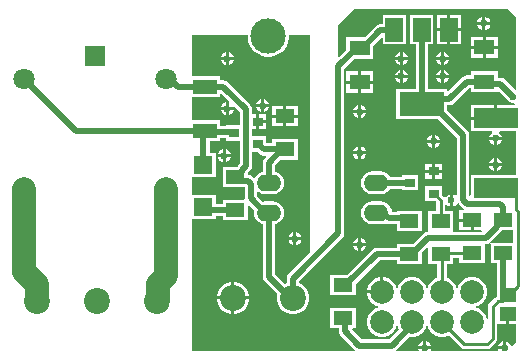
<source format=gtl>
G04*
G04 #@! TF.GenerationSoftware,Altium Limited,Altium Designer,23.10.1 (27)*
G04*
G04 Layer_Physical_Order=1*
G04 Layer_Color=255*
%FSLAX44Y44*%
%MOMM*%
G71*
G04*
G04 #@! TF.SameCoordinates,FE8EC528-225C-4A11-B971-79AFC16B1169*
G04*
G04*
G04 #@! TF.FilePolarity,Positive*
G04*
G01*
G75*
%ADD12C,0.2540*%
%ADD15R,1.6500X1.2000*%
%ADD16R,0.9000X0.8000*%
%ADD17R,1.4000X1.3000*%
%ADD18R,3.7000X1.7000*%
%ADD19R,1.8000X1.3000*%
%ADD20R,3.8000X2.0000*%
%ADD21R,1.5000X2.0000*%
%ADD22R,1.6000X1.5000*%
%ADD23R,2.0000X1.2500*%
%ADD24O,2.1000X1.4000*%
%ADD41C,0.5000*%
%ADD42C,2.0000*%
%ADD43C,3.0000*%
%ADD44C,2.2000*%
%ADD45C,2.0000*%
%ADD46C,1.8000*%
%ADD47R,1.8000X1.8000*%
%ADD48C,0.6000*%
G36*
X570000Y1040267D02*
X552009Y1022276D01*
X550895Y1020609D01*
X550504Y1018643D01*
Y1014891D01*
X550416Y1014867D01*
X548911Y1013998D01*
X540639Y1022271D01*
Y1065101D01*
X541491Y1065213D01*
X543811Y1066174D01*
X545804Y1067703D01*
X547333Y1069696D01*
X548294Y1072017D01*
X548622Y1074508D01*
X548294Y1076998D01*
X547333Y1079319D01*
X545804Y1081311D01*
X543811Y1082841D01*
X541491Y1083802D01*
X539000Y1084130D01*
X532000D01*
X529919Y1083856D01*
X525099Y1088676D01*
Y1091577D01*
X526369Y1092204D01*
X527189Y1091574D01*
X529510Y1090613D01*
X532000Y1090285D01*
X539000D01*
X541491Y1090613D01*
X543811Y1091574D01*
X545804Y1093103D01*
X547333Y1095096D01*
X548294Y1097417D01*
X548622Y1099908D01*
X548294Y1102398D01*
X547333Y1104719D01*
X545804Y1106712D01*
X543811Y1108241D01*
X541491Y1109202D01*
X540639Y1109314D01*
Y1114622D01*
X545477Y1119460D01*
X559790D01*
Y1136540D01*
X538210D01*
Y1133139D01*
X533129D01*
X533040Y1133227D01*
Y1139040D01*
X521139D01*
Y1144960D01*
X524730D01*
Y1151500D01*
Y1158040D01*
X521139D01*
Y1162000D01*
X520748Y1163967D01*
X519634Y1165634D01*
X500384Y1184884D01*
X498717Y1185998D01*
X496750Y1186389D01*
X493827D01*
Y1190040D01*
X470000D01*
Y1225000D01*
X517460D01*
Y1222272D01*
X518134Y1218884D01*
X519456Y1215692D01*
X521376Y1212819D01*
X523819Y1210376D01*
X526692Y1208456D01*
X529884Y1207134D01*
X533273Y1206460D01*
X536727D01*
X540116Y1207134D01*
X543308Y1208456D01*
X546181Y1210376D01*
X548624Y1212819D01*
X550544Y1215692D01*
X551866Y1218884D01*
X552540Y1222272D01*
Y1225000D01*
X570000D01*
Y1040267D01*
D02*
G37*
G36*
X745000Y1239750D02*
Y1179063D01*
X743730Y1178537D01*
X734955Y1187313D01*
X733288Y1188427D01*
X731321Y1188818D01*
X729290D01*
Y1194540D01*
X706210D01*
Y1190639D01*
X703000D01*
X701033Y1190248D01*
X699366Y1189134D01*
X687421Y1177188D01*
X686247Y1177674D01*
Y1179040D01*
X669846D01*
Y1216960D01*
X674747D01*
Y1242040D01*
X654667D01*
Y1216960D01*
X659569D01*
Y1179040D01*
X643167D01*
Y1153960D01*
X678773D01*
X694861Y1137871D01*
Y1089770D01*
X693591Y1089243D01*
X693138Y1089697D01*
X691270Y1090470D01*
Y1085000D01*
Y1079530D01*
X693138Y1080303D01*
X694697Y1081862D01*
X694803Y1082119D01*
X696067Y1082243D01*
X696366Y1081795D01*
X699835Y1078326D01*
X700608Y1077810D01*
X700223Y1076540D01*
X696588D01*
Y1069270D01*
X707378D01*
Y1068000D01*
X708648D01*
Y1059460D01*
X714925D01*
X715604Y1058190D01*
X715569Y1058139D01*
X692208D01*
X691625Y1059167D01*
Y1076247D01*
X684720D01*
Y1080649D01*
X685990Y1081176D01*
X686862Y1080303D01*
X688730Y1079530D01*
Y1085000D01*
Y1090470D01*
X686862Y1089697D01*
X685303Y1088138D01*
X685171Y1087819D01*
X683738Y1087678D01*
X683582Y1087912D01*
X682040Y1089454D01*
Y1097040D01*
X667960D01*
Y1083960D01*
X676546D01*
X676950Y1083556D01*
Y1076247D01*
X670045D01*
Y1059167D01*
X670045D01*
X669583Y1058089D01*
X667869Y1057748D01*
X666201Y1056634D01*
X657815Y1048247D01*
X643503D01*
Y1044846D01*
X626957D01*
X624991Y1044455D01*
X623324Y1043341D01*
X601523Y1021540D01*
X587210D01*
Y1004460D01*
X608790D01*
Y1014273D01*
X629086Y1034569D01*
X643503D01*
Y1031168D01*
X665082D01*
Y1040980D01*
X668872Y1044769D01*
X670045Y1044283D01*
Y1031168D01*
X678058D01*
Y1019342D01*
X677102Y1019085D01*
X674243Y1017434D01*
X671908Y1015100D01*
X670257Y1012240D01*
X669900Y1010907D01*
X668585D01*
X668228Y1012240D01*
X666577Y1015100D01*
X664242Y1017434D01*
X661383Y1019085D01*
X658194Y1019940D01*
X654892D01*
X651702Y1019085D01*
X648843Y1017434D01*
X646508Y1015100D01*
X644857Y1012240D01*
X644500Y1010907D01*
X643185D01*
X642828Y1012240D01*
X641177Y1015100D01*
X638842Y1017434D01*
X635983Y1019085D01*
X632794Y1019940D01*
X632412D01*
Y1007400D01*
X631143D01*
Y1006130D01*
X618602D01*
Y1005749D01*
X619457Y1002560D01*
X621108Y999700D01*
X623443Y997365D01*
X626302Y995715D01*
X627635Y995357D01*
Y994043D01*
X626302Y993685D01*
X623443Y992035D01*
X621108Y989700D01*
X619457Y986840D01*
X618602Y983651D01*
Y980349D01*
X619457Y977160D01*
X621108Y974300D01*
X623443Y971965D01*
X626302Y970315D01*
X629492Y969460D01*
X632794D01*
X635983Y970315D01*
X638842Y971965D01*
X641177Y974300D01*
X642828Y977160D01*
X643185Y978493D01*
X644500D01*
X644857Y977160D01*
X645785Y975552D01*
X637371Y967139D01*
X614128D01*
X605981Y975287D01*
X606467Y976460D01*
X608790D01*
Y993540D01*
X587210D01*
Y976460D01*
X594432D01*
Y974429D01*
X594823Y972462D01*
X595937Y970795D01*
X608213Y958520D01*
X608105Y957893D01*
X607751Y957250D01*
X470000D01*
Y1068960D01*
X490540D01*
Y1071861D01*
X496210D01*
Y1068460D01*
X517790D01*
Y1079791D01*
X518963Y1080277D01*
X522652Y1076589D01*
X522378Y1074508D01*
X522706Y1072017D01*
X523667Y1069696D01*
X525196Y1067703D01*
X527189Y1066174D01*
X529510Y1065213D01*
X530361Y1065101D01*
Y1020143D01*
X530752Y1018176D01*
X531866Y1016509D01*
X542576Y1005799D01*
X542103Y1004033D01*
Y1000468D01*
X543025Y997024D01*
X544808Y993936D01*
X547329Y991415D01*
X550416Y989633D01*
X553860Y988710D01*
X557425D01*
X560869Y989633D01*
X563956Y991415D01*
X566477Y993936D01*
X568260Y997024D01*
X569183Y1000468D01*
Y1004033D01*
X568260Y1007476D01*
X566477Y1010564D01*
X563956Y1013085D01*
X560869Y1014867D01*
X560781Y1014891D01*
Y1016514D01*
X597634Y1053366D01*
X598748Y1055033D01*
X599139Y1057000D01*
Y1196164D01*
X607935Y1204960D01*
X623747D01*
Y1215773D01*
X630494Y1222519D01*
X631667Y1222033D01*
Y1216960D01*
X651747D01*
Y1242040D01*
X631667D01*
Y1234068D01*
X629636D01*
X627670Y1233677D01*
X626003Y1232563D01*
X616480Y1223040D01*
X600667D01*
Y1212227D01*
X594798Y1206358D01*
X593625Y1206844D01*
Y1233375D01*
X607500Y1247250D01*
X737500D01*
X745000Y1239750D01*
D02*
G37*
G36*
X501519Y1169213D02*
X501301Y1168601D01*
X501270Y1168557D01*
Y1163770D01*
X506057D01*
X506101Y1163802D01*
X506713Y1164019D01*
X510861Y1159872D01*
Y1148540D01*
X498960D01*
Y1148014D01*
X493827D01*
Y1152540D01*
X470000D01*
Y1172460D01*
X493827D01*
Y1175109D01*
X495097Y1175635D01*
X501519Y1169213D01*
D02*
G37*
G36*
X527366Y1124366D02*
X529034Y1123252D01*
X531000Y1122861D01*
X532685D01*
X533171Y1121688D01*
X531866Y1120384D01*
X530752Y1118717D01*
X530361Y1116750D01*
Y1109314D01*
X529510Y1109202D01*
X527189Y1108241D01*
X525196Y1106712D01*
X523667Y1104719D01*
X523472Y1104249D01*
X522226Y1104001D01*
X521094Y1105134D01*
X519427Y1106247D01*
X517790Y1106573D01*
Y1108004D01*
X517889Y1108500D01*
Y1108622D01*
X519634Y1110366D01*
X520748Y1112033D01*
X521139Y1114000D01*
Y1125960D01*
X525773D01*
X527366Y1124366D01*
D02*
G37*
G36*
X706210Y1179906D02*
Y1176460D01*
X729290D01*
Y1176783D01*
X730463Y1177270D01*
X737402Y1170331D01*
X737803Y1169362D01*
X739362Y1167803D01*
X741398Y1166960D01*
X743099D01*
X743969Y1166041D01*
X744070Y1165787D01*
X743995Y1165540D01*
X728770D01*
Y1154500D01*
X727500D01*
Y1153230D01*
X706460D01*
Y1143460D01*
X724093D01*
X724355Y1142229D01*
X724355Y1142190D01*
X722803Y1140638D01*
X722030Y1138770D01*
X732970D01*
X732197Y1140638D01*
X730645Y1142190D01*
X730645Y1142229D01*
X730907Y1143460D01*
X745000D01*
Y1106540D01*
X706460D01*
Y1089504D01*
X705190Y1088825D01*
X705139Y1088860D01*
Y1140000D01*
X704748Y1141967D01*
X703634Y1143634D01*
X686247Y1161020D01*
Y1165640D01*
X688279D01*
X690245Y1166031D01*
X691912Y1167145D01*
X704940Y1180173D01*
X706210Y1179906D01*
D02*
G37*
G36*
X498960Y1135460D02*
X510861D01*
Y1116128D01*
X509116Y1114384D01*
X508553Y1113540D01*
X496210D01*
Y1096460D01*
X510004D01*
X510500Y1096361D01*
X514821D01*
Y1086547D01*
X514826Y1086522D01*
X514021Y1085540D01*
X496210D01*
Y1082139D01*
X490540D01*
Y1089040D01*
X470000D01*
Y1104960D01*
X490540D01*
Y1125040D01*
X485139D01*
Y1134960D01*
X493827D01*
Y1137736D01*
X498960D01*
Y1135460D01*
D02*
G37*
G36*
X742175Y1048540D02*
X723603D01*
X722983Y1049716D01*
X731884Y1058616D01*
X732447Y1059460D01*
X742175D01*
Y1048540D01*
D02*
G37*
G36*
X723210Y1048224D02*
Y1031460D01*
X728861D01*
Y1014040D01*
X728295D01*
Y1003372D01*
X728230Y1003359D01*
X726970Y1002517D01*
X722112Y997658D01*
X721270Y996398D01*
X720974Y994911D01*
Y984485D01*
X719704Y984318D01*
X719028Y986840D01*
X717377Y989700D01*
X715042Y992035D01*
X712183Y993685D01*
X710850Y994043D01*
Y995357D01*
X712183Y995715D01*
X715042Y997365D01*
X717377Y999700D01*
X719028Y1002560D01*
X719883Y1005749D01*
Y1009051D01*
X719028Y1012240D01*
X717377Y1015100D01*
X715042Y1017434D01*
X712183Y1019085D01*
X708994Y1019940D01*
X705692D01*
X702502Y1019085D01*
X699643Y1017434D01*
X697308Y1015100D01*
X695657Y1012240D01*
X695300Y1010907D01*
X693985D01*
X693628Y1012240D01*
X691977Y1015100D01*
X689642Y1017434D01*
X686783Y1019085D01*
X685827Y1019342D01*
Y1031168D01*
X691625D01*
Y1036115D01*
X696588D01*
Y1031460D01*
X718168D01*
Y1047861D01*
X719000D01*
X720966Y1048252D01*
X722148Y1049042D01*
X723210Y1048224D01*
D02*
G37*
G36*
X739105Y979960D02*
X745000D01*
Y964750D01*
X741713Y961463D01*
X740252Y961798D01*
X739697Y963138D01*
X738138Y964697D01*
X736270Y965470D01*
Y960000D01*
X735000D01*
Y958730D01*
X729530D01*
X729705Y958306D01*
X729000Y957250D01*
X673500D01*
X672795Y958306D01*
X672970Y958730D01*
X662030D01*
X662205Y958306D01*
X661500Y957250D01*
X643749D01*
X643395Y957893D01*
X643287Y958520D01*
X654368Y969600D01*
X654892Y969460D01*
X658194D01*
X661383Y970315D01*
X664242Y971965D01*
X666577Y974300D01*
X668228Y977160D01*
X668585Y978493D01*
X669900D01*
X670257Y977160D01*
X671908Y974300D01*
X674243Y971965D01*
X677102Y970315D01*
X680292Y969460D01*
X683594D01*
X686783Y970315D01*
X687640Y970809D01*
X698196Y960253D01*
X699456Y959411D01*
X700943Y959115D01*
X720000D01*
X721487Y959411D01*
X722747Y960253D01*
X727605Y965112D01*
X728447Y966372D01*
X728743Y967858D01*
Y979960D01*
X736565D01*
Y989000D01*
X739105D01*
Y979960D01*
D02*
G37*
%LPC*%
G36*
X501270Y1210470D02*
Y1206270D01*
X505470D01*
X504697Y1208138D01*
X503138Y1209697D01*
X501270Y1210470D01*
D02*
G37*
G36*
X498730D02*
X496862Y1209697D01*
X495303Y1208138D01*
X494530Y1206270D01*
X498730D01*
Y1210470D01*
D02*
G37*
G36*
X505470Y1203730D02*
X501270D01*
Y1199530D01*
X503138Y1200303D01*
X504697Y1201862D01*
X505470Y1203730D01*
D02*
G37*
G36*
X498730D02*
X494530D01*
X495303Y1201862D01*
X496862Y1200303D01*
X498730Y1199530D01*
Y1203730D01*
D02*
G37*
G36*
X531270Y1170470D02*
Y1166270D01*
X535470D01*
X534697Y1168138D01*
X533138Y1169697D01*
X531270Y1170470D01*
D02*
G37*
G36*
X528730D02*
X526862Y1169697D01*
X525303Y1168138D01*
X524530Y1166270D01*
X528730D01*
Y1170470D01*
D02*
G37*
G36*
X535470Y1163730D02*
X531270D01*
Y1159530D01*
X533138Y1160303D01*
X534697Y1161862D01*
X535470Y1163730D01*
D02*
G37*
G36*
X528730D02*
X524530D01*
X525303Y1161862D01*
X526862Y1160303D01*
X528730Y1159530D01*
Y1163730D01*
D02*
G37*
G36*
X559790Y1164540D02*
X550270D01*
Y1157270D01*
X559790D01*
Y1164540D01*
D02*
G37*
G36*
X547730D02*
X538210D01*
Y1157270D01*
X547730D01*
Y1164540D01*
D02*
G37*
G36*
X533040Y1158040D02*
X527270D01*
Y1152770D01*
X533040D01*
Y1158040D01*
D02*
G37*
G36*
X559790Y1154730D02*
X550270D01*
Y1147460D01*
X559790D01*
Y1154730D01*
D02*
G37*
G36*
X547730D02*
X538210D01*
Y1147460D01*
X547730D01*
Y1154730D01*
D02*
G37*
G36*
X533040Y1150230D02*
X527270D01*
Y1144960D01*
X533040D01*
Y1150230D01*
D02*
G37*
G36*
X558770Y1057970D02*
Y1053770D01*
X562970D01*
X562197Y1055638D01*
X560638Y1057197D01*
X558770Y1057970D01*
D02*
G37*
G36*
X556230D02*
X554362Y1057197D01*
X552803Y1055638D01*
X552030Y1053770D01*
X556230D01*
Y1057970D01*
D02*
G37*
G36*
X562970Y1051230D02*
X558770D01*
Y1047030D01*
X560638Y1047803D01*
X562197Y1049362D01*
X562970Y1051230D01*
D02*
G37*
G36*
X556230D02*
X552030D01*
X552803Y1049362D01*
X554362Y1047803D01*
X556230Y1047030D01*
Y1051230D01*
D02*
G37*
G36*
X718770Y1240470D02*
Y1236270D01*
X722970D01*
X722197Y1238138D01*
X720638Y1239697D01*
X718770Y1240470D01*
D02*
G37*
G36*
X716230D02*
X714362Y1239697D01*
X712803Y1238138D01*
X712030Y1236270D01*
X716230D01*
Y1240470D01*
D02*
G37*
G36*
X697747Y1242040D02*
X688977D01*
Y1230770D01*
X697747D01*
Y1242040D01*
D02*
G37*
G36*
X686437D02*
X677667D01*
Y1230770D01*
X686437D01*
Y1242040D01*
D02*
G37*
G36*
X722970Y1233730D02*
X718770D01*
Y1229530D01*
X720638Y1230303D01*
X722197Y1231862D01*
X722970Y1233730D01*
D02*
G37*
G36*
X716230D02*
X712030D01*
X712803Y1231862D01*
X714362Y1230303D01*
X716230Y1229530D01*
Y1233730D01*
D02*
G37*
G36*
X697747Y1228230D02*
X688977D01*
Y1216960D01*
X697747D01*
Y1228230D01*
D02*
G37*
G36*
X686437D02*
X677667D01*
Y1216960D01*
X686437D01*
Y1228230D01*
D02*
G37*
G36*
X729290Y1223540D02*
X719020D01*
Y1215770D01*
X729290D01*
Y1223540D01*
D02*
G37*
G36*
X716480D02*
X706210D01*
Y1215770D01*
X716480D01*
Y1223540D01*
D02*
G37*
G36*
X683770Y1210470D02*
Y1206270D01*
X687970D01*
X687197Y1208138D01*
X685638Y1209697D01*
X683770Y1210470D01*
D02*
G37*
G36*
X681230D02*
X679362Y1209697D01*
X677803Y1208138D01*
X677030Y1206270D01*
X681230D01*
Y1210470D01*
D02*
G37*
G36*
X648770D02*
Y1206270D01*
X652970D01*
X652197Y1208138D01*
X650638Y1209697D01*
X648770Y1210470D01*
D02*
G37*
G36*
X646230D02*
X644362Y1209697D01*
X642803Y1208138D01*
X642030Y1206270D01*
X646230D01*
Y1210470D01*
D02*
G37*
G36*
X729290Y1213230D02*
X719020D01*
Y1205460D01*
X729290D01*
Y1213230D01*
D02*
G37*
G36*
X716480D02*
X706210D01*
Y1205460D01*
X716480D01*
Y1213230D01*
D02*
G37*
G36*
X687970Y1203730D02*
X683770D01*
Y1199530D01*
X685638Y1200303D01*
X687197Y1201862D01*
X687970Y1203730D01*
D02*
G37*
G36*
X681230D02*
X677030D01*
X677803Y1201862D01*
X679362Y1200303D01*
X681230Y1199530D01*
Y1203730D01*
D02*
G37*
G36*
X652970D02*
X648770D01*
Y1199530D01*
X650638Y1200303D01*
X652197Y1201862D01*
X652970Y1203730D01*
D02*
G37*
G36*
X646230D02*
X642030D01*
X642803Y1201862D01*
X644362Y1200303D01*
X646230Y1199530D01*
Y1203730D01*
D02*
G37*
G36*
X683770Y1195470D02*
Y1191270D01*
X687970D01*
X687197Y1193138D01*
X685638Y1194697D01*
X683770Y1195470D01*
D02*
G37*
G36*
X681230D02*
X679362Y1194697D01*
X677803Y1193138D01*
X677030Y1191270D01*
X681230D01*
Y1195470D01*
D02*
G37*
G36*
X648770D02*
Y1191270D01*
X652970D01*
X652197Y1193138D01*
X650638Y1194697D01*
X648770Y1195470D01*
D02*
G37*
G36*
X646230D02*
X644362Y1194697D01*
X642803Y1193138D01*
X642030Y1191270D01*
X646230D01*
Y1195470D01*
D02*
G37*
G36*
X623747Y1194040D02*
X613477D01*
Y1186270D01*
X623747D01*
Y1194040D01*
D02*
G37*
G36*
X610937D02*
X600667D01*
Y1186270D01*
X610937D01*
Y1194040D01*
D02*
G37*
G36*
X687970Y1188730D02*
X683770D01*
Y1184530D01*
X685638Y1185303D01*
X687197Y1186862D01*
X687970Y1188730D01*
D02*
G37*
G36*
X681230D02*
X677030D01*
X677803Y1186862D01*
X679362Y1185303D01*
X681230Y1184530D01*
Y1188730D01*
D02*
G37*
G36*
X652970D02*
X648770D01*
Y1184530D01*
X650638Y1185303D01*
X652197Y1186862D01*
X652970Y1188730D01*
D02*
G37*
G36*
X646230D02*
X642030D01*
X642803Y1186862D01*
X644362Y1185303D01*
X646230Y1184530D01*
Y1188730D01*
D02*
G37*
G36*
X623747Y1183730D02*
X613477D01*
Y1175960D01*
X623747D01*
Y1183730D01*
D02*
G37*
G36*
X610937D02*
X600667D01*
Y1175960D01*
X610937D01*
Y1183730D01*
D02*
G37*
G36*
X613770Y1165470D02*
Y1161270D01*
X617970D01*
X617197Y1163138D01*
X615638Y1164697D01*
X613770Y1165470D01*
D02*
G37*
G36*
X611230D02*
X609362Y1164697D01*
X607803Y1163138D01*
X607030Y1161270D01*
X611230D01*
Y1165470D01*
D02*
G37*
G36*
X617970Y1158730D02*
X613770D01*
Y1154530D01*
X615638Y1155303D01*
X617197Y1156862D01*
X617970Y1158730D01*
D02*
G37*
G36*
X611230D02*
X607030D01*
X607803Y1156862D01*
X609362Y1155303D01*
X611230Y1154530D01*
Y1158730D01*
D02*
G37*
G36*
X676270Y1140470D02*
Y1136270D01*
X680470D01*
X679697Y1138138D01*
X678138Y1139697D01*
X676270Y1140470D01*
D02*
G37*
G36*
X673730D02*
X671862Y1139697D01*
X670303Y1138138D01*
X669530Y1136270D01*
X673730D01*
Y1140470D01*
D02*
G37*
G36*
X680470Y1133730D02*
X676270D01*
Y1129530D01*
X678138Y1130303D01*
X679697Y1131862D01*
X680470Y1133730D01*
D02*
G37*
G36*
X673730D02*
X669530D01*
X670303Y1131862D01*
X671862Y1130303D01*
X673730Y1129530D01*
Y1133730D01*
D02*
G37*
G36*
X613770Y1130470D02*
Y1126270D01*
X617970D01*
X617197Y1128138D01*
X615638Y1129697D01*
X613770Y1130470D01*
D02*
G37*
G36*
X611230D02*
X609362Y1129697D01*
X607803Y1128138D01*
X607030Y1126270D01*
X611230D01*
Y1130470D01*
D02*
G37*
G36*
X617970Y1123730D02*
X613770D01*
Y1119530D01*
X615638Y1120303D01*
X617197Y1121862D01*
X617970Y1123730D01*
D02*
G37*
G36*
X611230D02*
X607030D01*
X607803Y1121862D01*
X609362Y1120303D01*
X611230Y1119530D01*
Y1123730D01*
D02*
G37*
G36*
X682040Y1116040D02*
X676270D01*
Y1110770D01*
X682040D01*
Y1116040D01*
D02*
G37*
G36*
X673730D02*
X667960D01*
Y1110770D01*
X673730D01*
Y1116040D01*
D02*
G37*
G36*
X682040Y1108230D02*
X676270D01*
Y1102960D01*
X682040D01*
Y1108230D01*
D02*
G37*
G36*
X673730D02*
X667960D01*
Y1102960D01*
X673730D01*
Y1108230D01*
D02*
G37*
G36*
X630000Y1109530D02*
X623000D01*
X620510Y1109202D01*
X618189Y1108241D01*
X616196Y1106712D01*
X614667Y1104719D01*
X613706Y1102398D01*
X613378Y1099908D01*
X613706Y1097417D01*
X614667Y1095096D01*
X616196Y1093103D01*
X618189Y1091574D01*
X620510Y1090613D01*
X623000Y1090285D01*
X630000D01*
X632491Y1090613D01*
X634811Y1091574D01*
X636804Y1093103D01*
X638117Y1094815D01*
X647960D01*
Y1093460D01*
X662040D01*
Y1106540D01*
X647960D01*
Y1105092D01*
X638046D01*
X636804Y1106712D01*
X634811Y1108241D01*
X632491Y1109202D01*
X630000Y1109530D01*
D02*
G37*
G36*
X706108Y1066730D02*
X696588D01*
Y1059460D01*
X706108D01*
Y1066730D01*
D02*
G37*
G36*
X630000Y1084130D02*
X623000D01*
X620510Y1083802D01*
X618189Y1082841D01*
X616196Y1081311D01*
X614667Y1079319D01*
X613706Y1076998D01*
X613378Y1074508D01*
X613706Y1072017D01*
X614667Y1069696D01*
X616196Y1067703D01*
X618189Y1066174D01*
X620510Y1065213D01*
X623000Y1064885D01*
X630000D01*
X632491Y1065213D01*
X634062Y1065864D01*
X634976Y1065252D01*
X636943Y1064861D01*
X643503D01*
Y1059167D01*
X665082D01*
Y1076247D01*
X643503D01*
Y1075139D01*
X639539D01*
X639295Y1076998D01*
X638333Y1079319D01*
X636804Y1081311D01*
X634811Y1082841D01*
X632491Y1083802D01*
X630000Y1084130D01*
D02*
G37*
G36*
X613770Y1052970D02*
Y1048770D01*
X617970D01*
X617197Y1050638D01*
X615638Y1052197D01*
X613770Y1052970D01*
D02*
G37*
G36*
X611230D02*
X609362Y1052197D01*
X607803Y1050638D01*
X607030Y1048770D01*
X611230D01*
Y1052970D01*
D02*
G37*
G36*
X617970Y1046230D02*
X613770D01*
Y1042030D01*
X615638Y1042803D01*
X617197Y1044362D01*
X617970Y1046230D01*
D02*
G37*
G36*
X611230D02*
X607030D01*
X607803Y1044362D01*
X609362Y1042803D01*
X611230Y1042030D01*
Y1046230D01*
D02*
G37*
G36*
X629873Y1019940D02*
X629492D01*
X626302Y1019085D01*
X623443Y1017434D01*
X621108Y1015100D01*
X619457Y1012240D01*
X618602Y1009051D01*
Y1008670D01*
X629873D01*
Y1019940D01*
D02*
G37*
G36*
X506625Y1015790D02*
X506113D01*
Y1003520D01*
X518383D01*
Y1004033D01*
X517460Y1007476D01*
X515677Y1010564D01*
X513156Y1013085D01*
X510069Y1014867D01*
X506625Y1015790D01*
D02*
G37*
G36*
X503573D02*
X503060D01*
X499616Y1014867D01*
X496529Y1013085D01*
X494008Y1010564D01*
X492225Y1007476D01*
X491303Y1004033D01*
Y1003520D01*
X503573D01*
Y1015790D01*
D02*
G37*
G36*
X518383Y1000980D02*
X506113D01*
Y988710D01*
X506625D01*
X510069Y989633D01*
X513156Y991415D01*
X515677Y993936D01*
X517460Y997024D01*
X518383Y1000468D01*
Y1000980D01*
D02*
G37*
G36*
X503573D02*
X491303D01*
Y1000468D01*
X492225Y997024D01*
X494008Y993936D01*
X496529Y991415D01*
X499616Y989633D01*
X503060Y988710D01*
X503573D01*
Y1000980D01*
D02*
G37*
G36*
X498730Y1167970D02*
X496862Y1167197D01*
X495303Y1165638D01*
X494530Y1163770D01*
X498730D01*
Y1167970D01*
D02*
G37*
G36*
X505470Y1161230D02*
X501270D01*
Y1157030D01*
X503138Y1157803D01*
X504697Y1159362D01*
X505470Y1161230D01*
D02*
G37*
G36*
X498730D02*
X494530D01*
X495303Y1159362D01*
X496862Y1157803D01*
X498730Y1157030D01*
Y1161230D01*
D02*
G37*
G36*
X726230Y1165540D02*
X706460D01*
Y1155770D01*
X726230D01*
Y1165540D01*
D02*
G37*
G36*
X732970Y1136230D02*
X728770D01*
Y1132030D01*
X730638Y1132803D01*
X732197Y1134362D01*
X732970Y1136230D01*
D02*
G37*
G36*
X726230D02*
X722030D01*
X722803Y1134362D01*
X724362Y1132803D01*
X726230Y1132030D01*
Y1136230D01*
D02*
G37*
G36*
X728770Y1120470D02*
Y1116270D01*
X732970D01*
X732197Y1118138D01*
X730638Y1119697D01*
X728770Y1120470D01*
D02*
G37*
G36*
X726230D02*
X724362Y1119697D01*
X722803Y1118138D01*
X722030Y1116270D01*
X726230D01*
Y1120470D01*
D02*
G37*
G36*
X732970Y1113730D02*
X728770D01*
Y1109530D01*
X730638Y1110303D01*
X732197Y1111862D01*
X732970Y1113730D01*
D02*
G37*
G36*
X726230D02*
X722030D01*
X722803Y1111862D01*
X724362Y1110303D01*
X726230Y1109530D01*
Y1113730D01*
D02*
G37*
G36*
X498770Y1127970D02*
Y1123770D01*
X502970D01*
X502197Y1125638D01*
X500638Y1127197D01*
X498770Y1127970D01*
D02*
G37*
G36*
X496230D02*
X494362Y1127197D01*
X492803Y1125638D01*
X492030Y1123770D01*
X496230D01*
Y1127970D01*
D02*
G37*
G36*
X502970Y1121230D02*
X498770D01*
Y1117030D01*
X500638Y1117803D01*
X502197Y1119362D01*
X502970Y1121230D01*
D02*
G37*
G36*
X496230D02*
X492030D01*
X492803Y1119362D01*
X494362Y1117803D01*
X496230Y1117030D01*
Y1121230D01*
D02*
G37*
G36*
X733730Y965470D02*
X731862Y964697D01*
X730303Y963138D01*
X729530Y961270D01*
X733730D01*
Y965470D01*
D02*
G37*
G36*
X668770D02*
Y961270D01*
X672970D01*
X672197Y963138D01*
X670638Y964697D01*
X668770Y965470D01*
D02*
G37*
G36*
X666230D02*
X664362Y964697D01*
X662803Y963138D01*
X662030Y961270D01*
X666230D01*
Y965470D01*
D02*
G37*
%LPD*%
D12*
X732605Y999770D02*
X737835Y1005000D01*
X729717Y999770D02*
X732605D01*
X724858Y994911D02*
X729717Y999770D01*
X734000Y1008835D02*
X737835Y1005000D01*
X724858Y967858D02*
Y994911D01*
X737835Y1005000D02*
X738335D01*
X720000Y963000D02*
X724858Y967858D01*
X700943Y963000D02*
X720000D01*
X681943Y982000D02*
X700943Y963000D01*
X746060Y1012725D02*
Y1075578D01*
X680835Y1067707D02*
Y1085165D01*
X675500Y1090500D02*
X680835Y1085165D01*
X675000Y1090500D02*
X675500D01*
X680835Y1039707D02*
X681943Y1038600D01*
Y1007400D02*
Y1038600D01*
X681128Y1040000D02*
X707378D01*
X680835Y1039707D02*
X681128Y1040000D01*
X727500Y1095500D02*
X737500D01*
X744730Y1088270D01*
Y1076908D02*
Y1088270D01*
Y1076908D02*
X746060Y1075578D01*
X738335Y1005000D02*
X746060Y1012725D01*
D15*
X707378Y1068000D02*
D03*
Y1040000D02*
D03*
X598000Y1013000D02*
D03*
Y985000D02*
D03*
X734000Y1068000D02*
D03*
Y1040000D02*
D03*
X680835Y1039707D02*
D03*
Y1067707D02*
D03*
X654293D02*
D03*
Y1039707D02*
D03*
X549000Y1156000D02*
D03*
Y1128000D02*
D03*
X507000Y1077000D02*
D03*
Y1105000D02*
D03*
D16*
X655000Y1100000D02*
D03*
X675000Y1109500D02*
D03*
Y1090500D02*
D03*
X506000Y1142000D02*
D03*
X526000Y1151500D02*
D03*
Y1132500D02*
D03*
D17*
X737835Y989000D02*
D03*
Y1005000D02*
D03*
D18*
X727500Y1154500D02*
D03*
Y1095500D02*
D03*
D19*
X717750Y1214500D02*
D03*
Y1185500D02*
D03*
X612207Y1185000D02*
D03*
Y1214000D02*
D03*
D20*
X664707Y1166500D02*
D03*
D21*
X641707Y1229500D02*
D03*
X664707D02*
D03*
X687707D02*
D03*
D22*
X480000Y1079000D02*
D03*
Y1115000D02*
D03*
D23*
X481287Y1143750D02*
D03*
Y1181250D02*
D03*
D24*
X626500Y1074508D02*
D03*
Y1099908D02*
D03*
X535500Y1074508D02*
D03*
Y1099908D02*
D03*
D41*
X664707Y1166500D02*
Y1229500D01*
X688279Y1170779D02*
X703000Y1185500D01*
X717750D01*
X677986Y1170779D02*
X688279D01*
X673707Y1166500D02*
X677986Y1170779D01*
X664707Y1166500D02*
X673707D01*
X681207Y1159000D01*
X703469Y1081960D02*
X731071D01*
X734000Y1079031D01*
X700000Y1085429D02*
X703469Y1081960D01*
X700000Y1085429D02*
Y1140000D01*
X734000Y1068000D02*
Y1079031D01*
X681207Y1158793D02*
X700000Y1140000D01*
X681207Y1158793D02*
Y1159000D01*
X626500Y1074508D02*
X632435D01*
X636943Y1070000D02*
X652000D01*
X632435Y1074508D02*
X636943Y1070000D01*
X652000D02*
X654293Y1067707D01*
X719000Y1053000D02*
X728250Y1062250D01*
X669835Y1053000D02*
X719000D01*
X728250Y1064500D02*
X731750Y1068000D01*
X728250Y1062250D02*
Y1064500D01*
X639500Y962000D02*
X656543Y979043D01*
X612000Y962000D02*
X639500D01*
X656543Y979043D02*
Y982000D01*
X717750Y1185500D02*
X719571Y1183679D01*
X731321D01*
X742500Y1172500D01*
X600250Y1013000D02*
X626957Y1039707D01*
X598000Y1013000D02*
X600250D01*
X626957Y1039707D02*
X654293D01*
X594000Y1057000D02*
Y1198293D01*
X555643Y1018643D02*
X594000Y1057000D01*
Y1198293D02*
X609707Y1214000D01*
X656543Y1039707D02*
X669835Y1053000D01*
X654293Y1039707D02*
X656543D01*
X626546Y1099954D02*
X654954D01*
X626500Y1099908D02*
X626546Y1099954D01*
X654954D02*
X655000Y1100000D01*
X734000Y1008835D02*
Y1040000D01*
X614707Y1214000D02*
X629636Y1228929D01*
X641136D02*
X641707Y1229500D01*
X629636Y1228929D02*
X641136D01*
X612207Y1214000D02*
X614707D01*
X609707D02*
X612207D01*
X555643Y1000000D02*
Y1018643D01*
X599571Y974429D02*
X612000Y962000D01*
X599571Y974429D02*
Y983429D01*
X598000Y985000D02*
X599571Y983429D01*
X480000Y1079000D02*
X482000Y1077000D01*
X507000D01*
X480000Y1115000D02*
Y1142463D01*
X481287Y1143750D01*
X531000Y1128000D02*
X546750D01*
X535500Y1116750D02*
X546750Y1128000D01*
X535500Y1099908D02*
Y1116750D01*
X546750Y1128000D02*
X549000D01*
X526000Y1132500D02*
X526500D01*
X531000Y1128000D01*
X505125Y1142875D02*
X506000Y1142000D01*
X482162Y1142875D02*
X505125D01*
X481287Y1143750D02*
X482162Y1142875D01*
X516000Y1114000D02*
Y1162000D01*
X512750Y1108500D02*
Y1110750D01*
X516000Y1114000D01*
X496750Y1181250D02*
X516000Y1162000D01*
X481287Y1181250D02*
X496750D01*
X509250Y1105000D02*
X512750Y1108500D01*
X507000Y1105000D02*
X509250D01*
X458242Y1181250D02*
X481287D01*
X328475Y1187500D02*
X372225Y1143750D01*
X481287D01*
X451993Y1187500D02*
X458242Y1181250D01*
X448475Y1187500D02*
X451993D01*
X510500Y1101500D02*
X517460D01*
X519960Y1099000D01*
X507000Y1105000D02*
X510500Y1101500D01*
X519960Y1086547D02*
X532000Y1074508D01*
X519960Y1086547D02*
Y1099000D01*
X532000Y1074508D02*
X535500D01*
Y1020143D02*
Y1074508D01*
Y1020143D02*
X555643Y1000000D01*
D42*
X440617Y999820D02*
X440841D01*
X448475Y1020975D02*
Y1094790D01*
X441383Y1000361D02*
Y1013883D01*
X440841Y999820D02*
X441383Y1000361D01*
Y1013883D02*
X448475Y1020975D01*
X339017Y999820D02*
X339400Y999437D01*
X339017Y999820D02*
Y1013983D01*
X328475Y1024525D02*
X339017Y1013983D01*
X328475Y1024525D02*
Y1094790D01*
D43*
X535000Y1224000D02*
D03*
D44*
X339400Y999437D02*
D03*
X390200D02*
D03*
X441000D02*
D03*
X504843Y1002250D02*
D03*
X555643D02*
D03*
D45*
X631143Y982000D02*
D03*
X656543D02*
D03*
X681943D02*
D03*
X707343D02*
D03*
Y1007400D02*
D03*
X681943D02*
D03*
X656543D02*
D03*
X631143D02*
D03*
D46*
X328475Y1187500D02*
D03*
X448475D02*
D03*
X328475Y1094790D02*
D03*
X448475D02*
D03*
D47*
X388475Y1207500D02*
D03*
D48*
X500000Y1205000D02*
D03*
X557500Y1052500D02*
D03*
X682500Y1205000D02*
D03*
Y1190000D02*
D03*
X612500Y1125000D02*
D03*
X500000Y1162500D02*
D03*
X497500Y1122500D02*
D03*
X530000Y1165000D02*
D03*
X690000Y1085000D02*
D03*
X727500Y1115000D02*
D03*
Y1137500D02*
D03*
X675000Y1135000D02*
D03*
X647500Y1190000D02*
D03*
Y1205000D02*
D03*
X612500Y1047500D02*
D03*
X735000Y960000D02*
D03*
X667500D02*
D03*
X612500Y1160000D02*
D03*
X717500Y1235000D02*
D03*
X742500Y1172500D02*
D03*
M02*

</source>
